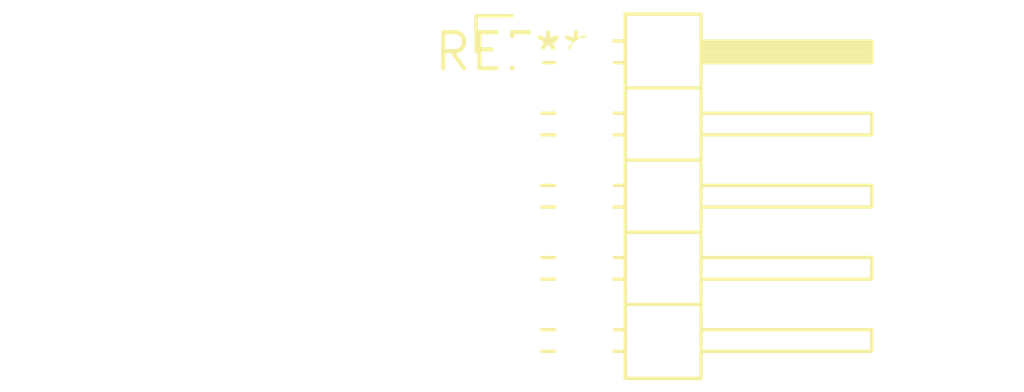
<source format=kicad_pcb>
(kicad_pcb (version 20240108) (generator pcbnew)
  (layers (0 "F.Cu" signal) (31 "B.Cu" signal) (34 "B.Paste" user) (35 "F.Paste" user) (36 "B.SilkS" user "B.Silkscreen") (37 "F.SilkS" user "F.Silkscreen") (38 "B.Mask" user) (39 "F.Mask" user) (44 "Edge.Cuts" user))
  (net 0 "")
  (footprint "PinHeader_2x05_P2.54mm_Horizontal" (layer "F.Cu") (at 0 0)
    (property "Reference" "REF**")
    (property "Value" "PinHeader_2x05_P2.54mm_Horizontal")
    (fp_line (start -1.27 -1.27) (end 0 -1.27) (layer "F.SilkS") (stroke (width 0.12)))
    (fp_line (start -1.27 0) (end -1.27 -1.27) (layer "F.SilkS") (stroke (width 0.12)))
    (fp_line (start 1.042929 2.16) (end 1.497071 2.16) (layer "F.SilkS") (stroke (width 0.12)))
    (fp_line (start 1.042929 2.92) (end 1.497071 2.92) (layer "F.SilkS") (stroke (width 0.12)))
    (fp_line (start 1.042929 4.7) (end 1.497071 4.7) (layer "F.SilkS") (stroke (width 0.12)))
    (fp_line (start 1.042929 5.46) (end 1.497071 5.46) (layer "F.SilkS") (stroke (width 0.12)))
    (fp_line (start 1.042929 7.24) (end 1.497071 7.24) (layer "F.SilkS") (stroke (width 0.12)))
    (fp_line (start 1.042929 8) (end 1.497071 8) (layer "F.SilkS") (stroke (width 0.12)))
    (fp_line (start 1.042929 9.78) (end 1.497071 9.78) (layer "F.SilkS") (stroke (width 0.12)))
    (fp_line (start 1.042929 10.54) (end 1.497071 10.54) (layer "F.SilkS") (stroke (width 0.12)))
    (fp_line (start 1.11 -0.38) (end 1.497071 -0.38) (layer "F.SilkS") (stroke (width 0.12)))
    (fp_line (start 1.11 0.38) (end 1.497071 0.38) (layer "F.SilkS") (stroke (width 0.12)))
    (fp_line (start 3.582929 -0.38) (end 3.98 -0.38) (layer "F.SilkS") (stroke (width 0.12)))
    (fp_line (start 3.582929 0.38) (end 3.98 0.38) (layer "F.SilkS") (stroke (width 0.12)))
    (fp_line (start 3.582929 2.16) (end 3.98 2.16) (layer "F.SilkS") (stroke (width 0.12)))
    (fp_line (start 3.582929 2.92) (end 3.98 2.92) (layer "F.SilkS") (stroke (width 0.12)))
    (fp_line (start 3.582929 4.7) (end 3.98 4.7) (layer "F.SilkS") (stroke (width 0.12)))
    (fp_line (start 3.582929 5.46) (end 3.98 5.46) (layer "F.SilkS") (stroke (width 0.12)))
    (fp_line (start 3.582929 7.24) (end 3.98 7.24) (layer "F.SilkS") (stroke (width 0.12)))
    (fp_line (start 3.582929 8) (end 3.98 8) (layer "F.SilkS") (stroke (width 0.12)))
    (fp_line (start 3.582929 9.78) (end 3.98 9.78) (layer "F.SilkS") (stroke (width 0.12)))
    (fp_line (start 3.582929 10.54) (end 3.98 10.54) (layer "F.SilkS") (stroke (width 0.12)))
    (fp_line (start 3.98 -1.33) (end 3.98 11.49) (layer "F.SilkS") (stroke (width 0.12)))
    (fp_line (start 3.98 1.27) (end 6.64 1.27) (layer "F.SilkS") (stroke (width 0.12)))
    (fp_line (start 3.98 3.81) (end 6.64 3.81) (layer "F.SilkS") (stroke (width 0.12)))
    (fp_line (start 3.98 6.35) (end 6.64 6.35) (layer "F.SilkS") (stroke (width 0.12)))
    (fp_line (start 3.98 8.89) (end 6.64 8.89) (layer "F.SilkS") (stroke (width 0.12)))
    (fp_line (start 3.98 11.49) (end 6.64 11.49) (layer "F.SilkS") (stroke (width 0.12)))
    (fp_line (start 6.64 -1.33) (end 3.98 -1.33) (layer "F.SilkS") (stroke (width 0.12)))
    (fp_line (start 6.64 -0.38) (end 12.64 -0.38) (layer "F.SilkS") (stroke (width 0.12)))
    (fp_line (start 6.64 -0.32) (end 12.64 -0.32) (layer "F.SilkS") (stroke (width 0.12)))
    (fp_line (start 6.64 -0.2) (end 12.64 -0.2) (layer "F.SilkS") (stroke (width 0.12)))
    (fp_line (start 6.64 -0.08) (end 12.64 -0.08) (layer "F.SilkS") (stroke (width 0.12)))
    (fp_line (start 6.64 0.04) (end 12.64 0.04) (layer "F.SilkS") (stroke (width 0.12)))
    (fp_line (start 6.64 0.16) (end 12.64 0.16) (layer "F.SilkS") (stroke (width 0.12)))
    (fp_line (start 6.64 0.28) (end 12.64 0.28) (layer "F.SilkS") (stroke (width 0.12)))
    (fp_line (start 6.64 2.16) (end 12.64 2.16) (layer "F.SilkS") (stroke (width 0.12)))
    (fp_line (start 6.64 4.7) (end 12.64 4.7) (layer "F.SilkS") (stroke (width 0.12)))
    (fp_line (start 6.64 7.24) (end 12.64 7.24) (layer "F.SilkS") (stroke (width 0.12)))
    (fp_line (start 6.64 9.78) (end 12.64 9.78) (layer "F.SilkS") (stroke (width 0.12)))
    (fp_line (start 6.64 11.49) (end 6.64 -1.33) (layer "F.SilkS") (stroke (width 0.12)))
    (fp_line (start 12.64 -0.38) (end 12.64 0.38) (layer "F.SilkS") (stroke (width 0.12)))
    (fp_line (start 12.64 0.38) (end 6.64 0.38) (layer "F.SilkS") (stroke (width 0.12)))
    (fp_line (start 12.64 2.16) (end 12.64 2.92) (layer "F.SilkS") (stroke (width 0.12)))
    (fp_line (start 12.64 2.92) (end 6.64 2.92) (layer "F.SilkS") (stroke (width 0.12)))
    (fp_line (start 12.64 4.7) (end 12.64 5.46) (layer "F.SilkS") (stroke (width 0.12)))
    (fp_line (start 12.64 5.46) (end 6.64 5.46) (layer "F.SilkS") (stroke (width 0.12)))
    (fp_line (start 12.64 7.24) (end 12.64 8) (layer "F.SilkS") (stroke (width 0.12)))
    (fp_line (start 12.64 8) (end 6.64 8) (layer "F.SilkS") (stroke (width 0.12)))
    (fp_line (start 12.64 9.78) (end 12.64 10.54) (layer "F.SilkS") (stroke (width 0.12)))
    (fp_line (start 12.64 10.54) (end 6.64 10.54) (layer "F.SilkS") (stroke (width 0.12)))
    (pad "1" thru_hole rect (at 0 0) (size 1.7 1.7) (drill 1) (layers *.Cu *.Mask) (remove_unused_layers))
    (pad "2" thru_hole oval (at 2.54 0) (size 1.7 1.7) (drill 1) (layers *.Cu *.Mask) (remove_unused_layers))
    (pad "3" thru_hole oval (at 0 2.54) (size 1.7 1.7) (drill 1) (layers *.Cu *.Mask) (remove_unused_layers))
    (pad "4" thru_hole oval (at 2.54 2.54) (size 1.7 1.7) (drill 1) (layers *.Cu *.Mask) (remove_unused_layers))
    (pad "5" thru_hole oval (at 0 5.08) (size 1.7 1.7) (drill 1) (layers *.Cu *.Mask) (remove_unused_layers))
    (pad "6" thru_hole oval (at 2.54 5.08) (size 1.7 1.7) (drill 1) (layers *.Cu *.Mask) (remove_unused_layers))
    (pad "7" thru_hole oval (at 0 7.62) (size 1.7 1.7) (drill 1) (layers *.Cu *.Mask) (remove_unused_layers))
    (pad "8" thru_hole oval (at 2.54 7.62) (size 1.7 1.7) (drill 1) (layers *.Cu *.Mask) (remove_unused_layers))
    (pad "9" thru_hole oval (at 0 10.16) (size 1.7 1.7) (drill 1) (layers *.Cu *.Mask) (remove_unused_layers))
    (pad "10" thru_hole oval (at 2.54 10.16) (size 1.7 1.7) (drill 1) (layers *.Cu *.Mask) (remove_unused_layers))
  )
)
</source>
